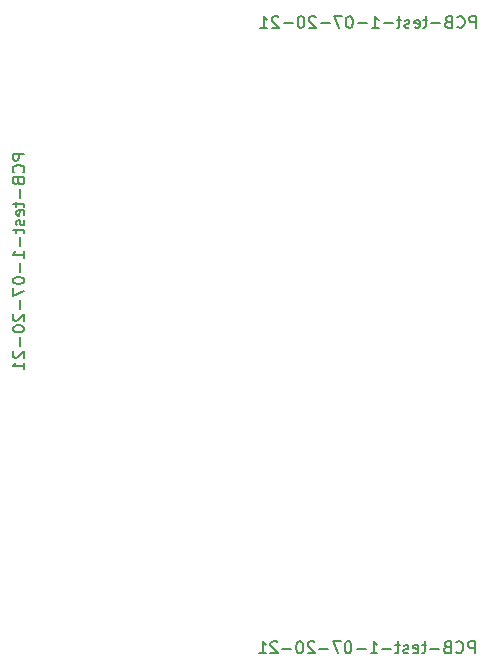
<source format=gbo>
%TF.GenerationSoftware,KiCad,Pcbnew,(5.1.9)-1*%
%TF.CreationDate,2021-07-20T01:30:18-07:00*%
%TF.ProjectId,retrocution-usb-hub,72657472-6f63-4757-9469-6f6e2d757362,rev?*%
%TF.SameCoordinates,Original*%
%TF.FileFunction,Legend,Bot*%
%TF.FilePolarity,Positive*%
%FSLAX46Y46*%
G04 Gerber Fmt 4.6, Leading zero omitted, Abs format (unit mm)*
G04 Created by KiCad (PCBNEW (5.1.9)-1) date 2021-07-20 01:30:18*
%MOMM*%
%LPD*%
G01*
G04 APERTURE LIST*
%ADD10C,0.150000*%
G04 APERTURE END LIST*
D10*
X140899140Y-88872561D02*
X139899140Y-88872561D01*
X139899140Y-89253514D01*
X139946760Y-89348752D01*
X139994379Y-89396371D01*
X140089617Y-89443990D01*
X140232474Y-89443990D01*
X140327712Y-89396371D01*
X140375331Y-89348752D01*
X140422950Y-89253514D01*
X140422950Y-88872561D01*
X140803902Y-90443990D02*
X140851521Y-90396371D01*
X140899140Y-90253514D01*
X140899140Y-90158276D01*
X140851521Y-90015419D01*
X140756283Y-89920180D01*
X140661045Y-89872561D01*
X140470569Y-89824942D01*
X140327712Y-89824942D01*
X140137236Y-89872561D01*
X140041998Y-89920180D01*
X139946760Y-90015419D01*
X139899140Y-90158276D01*
X139899140Y-90253514D01*
X139946760Y-90396371D01*
X139994379Y-90443990D01*
X140375331Y-91205895D02*
X140422950Y-91348752D01*
X140470569Y-91396371D01*
X140565807Y-91443990D01*
X140708664Y-91443990D01*
X140803902Y-91396371D01*
X140851521Y-91348752D01*
X140899140Y-91253514D01*
X140899140Y-90872561D01*
X139899140Y-90872561D01*
X139899140Y-91205895D01*
X139946760Y-91301133D01*
X139994379Y-91348752D01*
X140089617Y-91396371D01*
X140184855Y-91396371D01*
X140280093Y-91348752D01*
X140327712Y-91301133D01*
X140375331Y-91205895D01*
X140375331Y-90872561D01*
X140518188Y-91872561D02*
X140518188Y-92634466D01*
X140232474Y-92967800D02*
X140232474Y-93348752D01*
X139899140Y-93110657D02*
X140756283Y-93110657D01*
X140851521Y-93158276D01*
X140899140Y-93253514D01*
X140899140Y-93348752D01*
X140851521Y-94063038D02*
X140899140Y-93967800D01*
X140899140Y-93777323D01*
X140851521Y-93682085D01*
X140756283Y-93634466D01*
X140375331Y-93634466D01*
X140280093Y-93682085D01*
X140232474Y-93777323D01*
X140232474Y-93967800D01*
X140280093Y-94063038D01*
X140375331Y-94110657D01*
X140470569Y-94110657D01*
X140565807Y-93634466D01*
X140851521Y-94491609D02*
X140899140Y-94586847D01*
X140899140Y-94777323D01*
X140851521Y-94872561D01*
X140756283Y-94920180D01*
X140708664Y-94920180D01*
X140613426Y-94872561D01*
X140565807Y-94777323D01*
X140565807Y-94634466D01*
X140518188Y-94539228D01*
X140422950Y-94491609D01*
X140375331Y-94491609D01*
X140280093Y-94539228D01*
X140232474Y-94634466D01*
X140232474Y-94777323D01*
X140280093Y-94872561D01*
X140232474Y-95205895D02*
X140232474Y-95586847D01*
X139899140Y-95348752D02*
X140756283Y-95348752D01*
X140851521Y-95396371D01*
X140899140Y-95491609D01*
X140899140Y-95586847D01*
X140518188Y-95920180D02*
X140518188Y-96682085D01*
X140899140Y-97682085D02*
X140899140Y-97110657D01*
X140899140Y-97396371D02*
X139899140Y-97396371D01*
X140041998Y-97301133D01*
X140137236Y-97205895D01*
X140184855Y-97110657D01*
X140518188Y-98110657D02*
X140518188Y-98872561D01*
X139899140Y-99539228D02*
X139899140Y-99634466D01*
X139946760Y-99729704D01*
X139994379Y-99777323D01*
X140089617Y-99824942D01*
X140280093Y-99872561D01*
X140518188Y-99872561D01*
X140708664Y-99824942D01*
X140803902Y-99777323D01*
X140851521Y-99729704D01*
X140899140Y-99634466D01*
X140899140Y-99539228D01*
X140851521Y-99443990D01*
X140803902Y-99396371D01*
X140708664Y-99348752D01*
X140518188Y-99301133D01*
X140280093Y-99301133D01*
X140089617Y-99348752D01*
X139994379Y-99396371D01*
X139946760Y-99443990D01*
X139899140Y-99539228D01*
X139899140Y-100205895D02*
X139899140Y-100872561D01*
X140899140Y-100443990D01*
X140518188Y-101253514D02*
X140518188Y-102015419D01*
X139994379Y-102443990D02*
X139946760Y-102491609D01*
X139899140Y-102586847D01*
X139899140Y-102824942D01*
X139946760Y-102920180D01*
X139994379Y-102967800D01*
X140089617Y-103015419D01*
X140184855Y-103015419D01*
X140327712Y-102967800D01*
X140899140Y-102396371D01*
X140899140Y-103015419D01*
X139899140Y-103634466D02*
X139899140Y-103729704D01*
X139946760Y-103824942D01*
X139994379Y-103872561D01*
X140089617Y-103920180D01*
X140280093Y-103967800D01*
X140518188Y-103967800D01*
X140708664Y-103920180D01*
X140803902Y-103872561D01*
X140851521Y-103824942D01*
X140899140Y-103729704D01*
X140899140Y-103634466D01*
X140851521Y-103539228D01*
X140803902Y-103491609D01*
X140708664Y-103443990D01*
X140518188Y-103396371D01*
X140280093Y-103396371D01*
X140089617Y-103443990D01*
X139994379Y-103491609D01*
X139946760Y-103539228D01*
X139899140Y-103634466D01*
X140518188Y-104396371D02*
X140518188Y-105158276D01*
X139994379Y-105586847D02*
X139946760Y-105634466D01*
X139899140Y-105729704D01*
X139899140Y-105967800D01*
X139946760Y-106063038D01*
X139994379Y-106110657D01*
X140089617Y-106158276D01*
X140184855Y-106158276D01*
X140327712Y-106110657D01*
X140899140Y-105539228D01*
X140899140Y-106158276D01*
X140899140Y-107110657D02*
X140899140Y-106539228D01*
X140899140Y-106824942D02*
X139899140Y-106824942D01*
X140041998Y-106729704D01*
X140137236Y-106634466D01*
X140184855Y-106539228D01*
X179026318Y-131145540D02*
X179026318Y-130145540D01*
X178645365Y-130145540D01*
X178550127Y-130193160D01*
X178502508Y-130240779D01*
X178454889Y-130336017D01*
X178454889Y-130478874D01*
X178502508Y-130574112D01*
X178550127Y-130621731D01*
X178645365Y-130669350D01*
X179026318Y-130669350D01*
X177454889Y-131050302D02*
X177502508Y-131097921D01*
X177645365Y-131145540D01*
X177740603Y-131145540D01*
X177883460Y-131097921D01*
X177978699Y-131002683D01*
X178026318Y-130907445D01*
X178073937Y-130716969D01*
X178073937Y-130574112D01*
X178026318Y-130383636D01*
X177978699Y-130288398D01*
X177883460Y-130193160D01*
X177740603Y-130145540D01*
X177645365Y-130145540D01*
X177502508Y-130193160D01*
X177454889Y-130240779D01*
X176692984Y-130621731D02*
X176550127Y-130669350D01*
X176502508Y-130716969D01*
X176454889Y-130812207D01*
X176454889Y-130955064D01*
X176502508Y-131050302D01*
X176550127Y-131097921D01*
X176645365Y-131145540D01*
X177026318Y-131145540D01*
X177026318Y-130145540D01*
X176692984Y-130145540D01*
X176597746Y-130193160D01*
X176550127Y-130240779D01*
X176502508Y-130336017D01*
X176502508Y-130431255D01*
X176550127Y-130526493D01*
X176597746Y-130574112D01*
X176692984Y-130621731D01*
X177026318Y-130621731D01*
X176026318Y-130764588D02*
X175264413Y-130764588D01*
X174931080Y-130478874D02*
X174550127Y-130478874D01*
X174788222Y-130145540D02*
X174788222Y-131002683D01*
X174740603Y-131097921D01*
X174645365Y-131145540D01*
X174550127Y-131145540D01*
X173835841Y-131097921D02*
X173931080Y-131145540D01*
X174121556Y-131145540D01*
X174216794Y-131097921D01*
X174264413Y-131002683D01*
X174264413Y-130621731D01*
X174216794Y-130526493D01*
X174121556Y-130478874D01*
X173931080Y-130478874D01*
X173835841Y-130526493D01*
X173788222Y-130621731D01*
X173788222Y-130716969D01*
X174264413Y-130812207D01*
X173407270Y-131097921D02*
X173312032Y-131145540D01*
X173121556Y-131145540D01*
X173026318Y-131097921D01*
X172978699Y-131002683D01*
X172978699Y-130955064D01*
X173026318Y-130859826D01*
X173121556Y-130812207D01*
X173264413Y-130812207D01*
X173359651Y-130764588D01*
X173407270Y-130669350D01*
X173407270Y-130621731D01*
X173359651Y-130526493D01*
X173264413Y-130478874D01*
X173121556Y-130478874D01*
X173026318Y-130526493D01*
X172692984Y-130478874D02*
X172312032Y-130478874D01*
X172550127Y-130145540D02*
X172550127Y-131002683D01*
X172502508Y-131097921D01*
X172407270Y-131145540D01*
X172312032Y-131145540D01*
X171978699Y-130764588D02*
X171216794Y-130764588D01*
X170216794Y-131145540D02*
X170788222Y-131145540D01*
X170502508Y-131145540D02*
X170502508Y-130145540D01*
X170597746Y-130288398D01*
X170692984Y-130383636D01*
X170788222Y-130431255D01*
X169788222Y-130764588D02*
X169026318Y-130764588D01*
X168359651Y-130145540D02*
X168264413Y-130145540D01*
X168169175Y-130193160D01*
X168121556Y-130240779D01*
X168073937Y-130336017D01*
X168026318Y-130526493D01*
X168026318Y-130764588D01*
X168073937Y-130955064D01*
X168121556Y-131050302D01*
X168169175Y-131097921D01*
X168264413Y-131145540D01*
X168359651Y-131145540D01*
X168454889Y-131097921D01*
X168502508Y-131050302D01*
X168550127Y-130955064D01*
X168597746Y-130764588D01*
X168597746Y-130526493D01*
X168550127Y-130336017D01*
X168502508Y-130240779D01*
X168454889Y-130193160D01*
X168359651Y-130145540D01*
X167692984Y-130145540D02*
X167026318Y-130145540D01*
X167454889Y-131145540D01*
X166645365Y-130764588D02*
X165883460Y-130764588D01*
X165454889Y-130240779D02*
X165407270Y-130193160D01*
X165312032Y-130145540D01*
X165073937Y-130145540D01*
X164978699Y-130193160D01*
X164931080Y-130240779D01*
X164883460Y-130336017D01*
X164883460Y-130431255D01*
X164931080Y-130574112D01*
X165502508Y-131145540D01*
X164883460Y-131145540D01*
X164264413Y-130145540D02*
X164169175Y-130145540D01*
X164073937Y-130193160D01*
X164026318Y-130240779D01*
X163978699Y-130336017D01*
X163931080Y-130526493D01*
X163931080Y-130764588D01*
X163978699Y-130955064D01*
X164026318Y-131050302D01*
X164073937Y-131097921D01*
X164169175Y-131145540D01*
X164264413Y-131145540D01*
X164359651Y-131097921D01*
X164407270Y-131050302D01*
X164454889Y-130955064D01*
X164502508Y-130764588D01*
X164502508Y-130526493D01*
X164454889Y-130336017D01*
X164407270Y-130240779D01*
X164359651Y-130193160D01*
X164264413Y-130145540D01*
X163502508Y-130764588D02*
X162740603Y-130764588D01*
X162312032Y-130240779D02*
X162264413Y-130193160D01*
X162169175Y-130145540D01*
X161931080Y-130145540D01*
X161835841Y-130193160D01*
X161788222Y-130240779D01*
X161740603Y-130336017D01*
X161740603Y-130431255D01*
X161788222Y-130574112D01*
X162359651Y-131145540D01*
X161740603Y-131145540D01*
X160788222Y-131145540D02*
X161359651Y-131145540D01*
X161073937Y-131145540D02*
X161073937Y-130145540D01*
X161169175Y-130288398D01*
X161264413Y-130383636D01*
X161359651Y-130431255D01*
X179127918Y-78217020D02*
X179127918Y-77217020D01*
X178746965Y-77217020D01*
X178651727Y-77264640D01*
X178604108Y-77312259D01*
X178556489Y-77407497D01*
X178556489Y-77550354D01*
X178604108Y-77645592D01*
X178651727Y-77693211D01*
X178746965Y-77740830D01*
X179127918Y-77740830D01*
X177556489Y-78121782D02*
X177604108Y-78169401D01*
X177746965Y-78217020D01*
X177842203Y-78217020D01*
X177985060Y-78169401D01*
X178080299Y-78074163D01*
X178127918Y-77978925D01*
X178175537Y-77788449D01*
X178175537Y-77645592D01*
X178127918Y-77455116D01*
X178080299Y-77359878D01*
X177985060Y-77264640D01*
X177842203Y-77217020D01*
X177746965Y-77217020D01*
X177604108Y-77264640D01*
X177556489Y-77312259D01*
X176794584Y-77693211D02*
X176651727Y-77740830D01*
X176604108Y-77788449D01*
X176556489Y-77883687D01*
X176556489Y-78026544D01*
X176604108Y-78121782D01*
X176651727Y-78169401D01*
X176746965Y-78217020D01*
X177127918Y-78217020D01*
X177127918Y-77217020D01*
X176794584Y-77217020D01*
X176699346Y-77264640D01*
X176651727Y-77312259D01*
X176604108Y-77407497D01*
X176604108Y-77502735D01*
X176651727Y-77597973D01*
X176699346Y-77645592D01*
X176794584Y-77693211D01*
X177127918Y-77693211D01*
X176127918Y-77836068D02*
X175366013Y-77836068D01*
X175032680Y-77550354D02*
X174651727Y-77550354D01*
X174889822Y-77217020D02*
X174889822Y-78074163D01*
X174842203Y-78169401D01*
X174746965Y-78217020D01*
X174651727Y-78217020D01*
X173937441Y-78169401D02*
X174032680Y-78217020D01*
X174223156Y-78217020D01*
X174318394Y-78169401D01*
X174366013Y-78074163D01*
X174366013Y-77693211D01*
X174318394Y-77597973D01*
X174223156Y-77550354D01*
X174032680Y-77550354D01*
X173937441Y-77597973D01*
X173889822Y-77693211D01*
X173889822Y-77788449D01*
X174366013Y-77883687D01*
X173508870Y-78169401D02*
X173413632Y-78217020D01*
X173223156Y-78217020D01*
X173127918Y-78169401D01*
X173080299Y-78074163D01*
X173080299Y-78026544D01*
X173127918Y-77931306D01*
X173223156Y-77883687D01*
X173366013Y-77883687D01*
X173461251Y-77836068D01*
X173508870Y-77740830D01*
X173508870Y-77693211D01*
X173461251Y-77597973D01*
X173366013Y-77550354D01*
X173223156Y-77550354D01*
X173127918Y-77597973D01*
X172794584Y-77550354D02*
X172413632Y-77550354D01*
X172651727Y-77217020D02*
X172651727Y-78074163D01*
X172604108Y-78169401D01*
X172508870Y-78217020D01*
X172413632Y-78217020D01*
X172080299Y-77836068D02*
X171318394Y-77836068D01*
X170318394Y-78217020D02*
X170889822Y-78217020D01*
X170604108Y-78217020D02*
X170604108Y-77217020D01*
X170699346Y-77359878D01*
X170794584Y-77455116D01*
X170889822Y-77502735D01*
X169889822Y-77836068D02*
X169127918Y-77836068D01*
X168461251Y-77217020D02*
X168366013Y-77217020D01*
X168270775Y-77264640D01*
X168223156Y-77312259D01*
X168175537Y-77407497D01*
X168127918Y-77597973D01*
X168127918Y-77836068D01*
X168175537Y-78026544D01*
X168223156Y-78121782D01*
X168270775Y-78169401D01*
X168366013Y-78217020D01*
X168461251Y-78217020D01*
X168556489Y-78169401D01*
X168604108Y-78121782D01*
X168651727Y-78026544D01*
X168699346Y-77836068D01*
X168699346Y-77597973D01*
X168651727Y-77407497D01*
X168604108Y-77312259D01*
X168556489Y-77264640D01*
X168461251Y-77217020D01*
X167794584Y-77217020D02*
X167127918Y-77217020D01*
X167556489Y-78217020D01*
X166746965Y-77836068D02*
X165985060Y-77836068D01*
X165556489Y-77312259D02*
X165508870Y-77264640D01*
X165413632Y-77217020D01*
X165175537Y-77217020D01*
X165080299Y-77264640D01*
X165032680Y-77312259D01*
X164985060Y-77407497D01*
X164985060Y-77502735D01*
X165032680Y-77645592D01*
X165604108Y-78217020D01*
X164985060Y-78217020D01*
X164366013Y-77217020D02*
X164270775Y-77217020D01*
X164175537Y-77264640D01*
X164127918Y-77312259D01*
X164080299Y-77407497D01*
X164032680Y-77597973D01*
X164032680Y-77836068D01*
X164080299Y-78026544D01*
X164127918Y-78121782D01*
X164175537Y-78169401D01*
X164270775Y-78217020D01*
X164366013Y-78217020D01*
X164461251Y-78169401D01*
X164508870Y-78121782D01*
X164556489Y-78026544D01*
X164604108Y-77836068D01*
X164604108Y-77597973D01*
X164556489Y-77407497D01*
X164508870Y-77312259D01*
X164461251Y-77264640D01*
X164366013Y-77217020D01*
X163604108Y-77836068D02*
X162842203Y-77836068D01*
X162413632Y-77312259D02*
X162366013Y-77264640D01*
X162270775Y-77217020D01*
X162032680Y-77217020D01*
X161937441Y-77264640D01*
X161889822Y-77312259D01*
X161842203Y-77407497D01*
X161842203Y-77502735D01*
X161889822Y-77645592D01*
X162461251Y-78217020D01*
X161842203Y-78217020D01*
X160889822Y-78217020D02*
X161461251Y-78217020D01*
X161175537Y-78217020D02*
X161175537Y-77217020D01*
X161270775Y-77359878D01*
X161366013Y-77455116D01*
X161461251Y-77502735D01*
M02*

</source>
